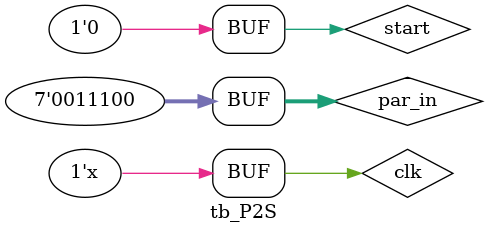
<source format=v>
`timescale 1ns / 1ps

module tb_P2S;

    parameter BIT_WIDTH = 7;
    reg clk = 0;
    reg start = 0;
    reg [BIT_WIDTH-1:0] par_in;
    wire sclk, sclrn, sout, EN;

    P2S #(BIT_WIDTH) uut (
        .clk(clk),
        .start(start),
        .par_in(par_in),
        .sclk(sclk),
        .sclrn(sclrn),
        .sout(sout),
        .EN(EN)
    );

    always #5 clk = ~clk;

    initial begin
        start = 0;
        par_in = 7'b0;

        #100;

        par_in = 7'b0101001;

        #10;
        start = 1;
        #10;
        start = 0;

        #200;

        par_in = 7'b0011100;
        #10;
        start = 1;
        #10;
        start = 0;

        #200;

    end
endmodule

</source>
